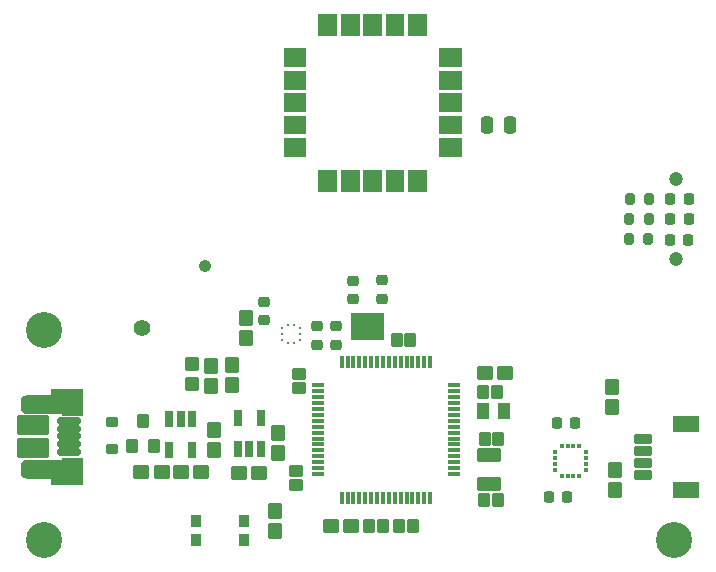
<source format=gbr>
%TF.GenerationSoftware,KiCad,Pcbnew,8.0.8*%
%TF.CreationDate,2025-01-20T12:07:48-06:00*%
%TF.ProjectId,tempo,74656d70-6f2e-46b6-9963-61645f706362,rev?*%
%TF.SameCoordinates,Original*%
%TF.FileFunction,Soldermask,Top*%
%TF.FilePolarity,Negative*%
%FSLAX46Y46*%
G04 Gerber Fmt 4.6, Leading zero omitted, Abs format (unit mm)*
G04 Created by KiCad (PCBNEW 8.0.8) date 2025-01-20 12:07:48*
%MOMM*%
%LPD*%
G01*
G04 APERTURE LIST*
G04 Aperture macros list*
%AMRoundRect*
0 Rectangle with rounded corners*
0 $1 Rounding radius*
0 $2 $3 $4 $5 $6 $7 $8 $9 X,Y pos of 4 corners*
0 Add a 4 corners polygon primitive as box body*
4,1,4,$2,$3,$4,$5,$6,$7,$8,$9,$2,$3,0*
0 Add four circle primitives for the rounded corners*
1,1,$1+$1,$2,$3*
1,1,$1+$1,$4,$5*
1,1,$1+$1,$6,$7*
1,1,$1+$1,$8,$9*
0 Add four rect primitives between the rounded corners*
20,1,$1+$1,$2,$3,$4,$5,0*
20,1,$1+$1,$4,$5,$6,$7,0*
20,1,$1+$1,$6,$7,$8,$9,0*
20,1,$1+$1,$8,$9,$2,$3,0*%
G04 Aperture macros list end*
%ADD10C,0.100000*%
%ADD11C,0.010000*%
%ADD12RoundRect,0.225000X0.225000X0.250000X-0.225000X0.250000X-0.225000X-0.250000X0.225000X-0.250000X0*%
%ADD13RoundRect,0.101600X-0.500000X0.550000X-0.500000X-0.550000X0.500000X-0.550000X0.500000X0.550000X0*%
%ADD14RoundRect,0.101600X-0.550000X-0.500000X0.550000X-0.500000X0.550000X0.500000X-0.550000X0.500000X0*%
%ADD15RoundRect,0.200000X-0.200000X-0.275000X0.200000X-0.275000X0.200000X0.275000X-0.200000X0.275000X0*%
%ADD16RoundRect,0.101600X-0.275000X-0.600000X0.275000X-0.600000X0.275000X0.600000X-0.275000X0.600000X0*%
%ADD17RoundRect,0.101600X0.450000X-0.425000X0.450000X0.425000X-0.450000X0.425000X-0.450000X-0.425000X0*%
%ADD18RoundRect,0.101600X0.675000X-0.300000X0.675000X0.300000X-0.675000X0.300000X-0.675000X-0.300000X0*%
%ADD19RoundRect,0.101600X1.000000X-0.600000X1.000000X0.600000X-1.000000X0.600000X-1.000000X-0.600000X0*%
%ADD20RoundRect,0.101600X0.415000X-0.315000X0.415000X0.315000X-0.415000X0.315000X-0.415000X-0.315000X0*%
%ADD21RoundRect,0.101600X0.550000X0.500000X-0.550000X0.500000X-0.550000X-0.500000X0.550000X-0.500000X0*%
%ADD22RoundRect,0.250000X-0.250000X-0.475000X0.250000X-0.475000X0.250000X0.475000X-0.250000X0.475000X0*%
%ADD23RoundRect,0.101600X0.500000X-0.550000X0.500000X0.550000X-0.500000X0.550000X-0.500000X-0.550000X0*%
%ADD24C,3.048000*%
%ADD25RoundRect,0.101600X-0.425000X-0.450000X0.425000X-0.450000X0.425000X0.450000X-0.425000X0.450000X0*%
%ADD26RoundRect,0.101600X0.900000X-0.500000X0.900000X0.500000X-0.900000X0.500000X-0.900000X-0.500000X0*%
%ADD27RoundRect,0.225000X-0.250000X0.225000X-0.250000X-0.225000X0.250000X-0.225000X0.250000X0.225000X0*%
%ADD28RoundRect,0.101600X-0.400000X-0.600000X0.400000X-0.600000X0.400000X0.600000X-0.400000X0.600000X0*%
%ADD29RoundRect,0.180480X0.421120X0.421120X-0.421120X0.421120X-0.421120X-0.421120X0.421120X-0.421120X0*%
%ADD30RoundRect,0.030000X0.500000X-0.110000X0.500000X0.110000X-0.500000X0.110000X-0.500000X-0.110000X0*%
%ADD31RoundRect,0.030000X0.110000X0.500000X-0.110000X0.500000X-0.110000X-0.500000X0.110000X-0.500000X0*%
%ADD32RoundRect,0.225000X0.250000X-0.225000X0.250000X0.225000X-0.250000X0.225000X-0.250000X-0.225000X0*%
%ADD33RoundRect,0.218750X0.218750X0.256250X-0.218750X0.256250X-0.218750X-0.256250X0.218750X-0.256250X0*%
%ADD34R,0.254000X0.279400*%
%ADD35R,0.279400X0.254000*%
%ADD36RoundRect,0.101600X0.275000X0.600000X-0.275000X0.600000X-0.275000X-0.600000X0.275000X-0.600000X0*%
%ADD37R,0.900000X1.000000*%
%ADD38RoundRect,0.101600X0.425000X0.450000X-0.425000X0.450000X-0.425000X-0.450000X0.425000X-0.450000X0*%
%ADD39RoundRect,0.101600X-0.400000X-0.450000X0.400000X-0.450000X0.400000X0.450000X-0.400000X0.450000X0*%
%ADD40RoundRect,0.102000X-0.875000X-0.200000X0.875000X-0.200000X0.875000X0.200000X-0.875000X0.200000X0*%
%ADD41O,2.604000X1.404000*%
%ADD42RoundRect,0.102000X1.250000X-0.712500X1.250000X0.712500X-1.250000X0.712500X-1.250000X-0.712500X0*%
%ADD43RoundRect,0.102000X-1.250000X0.712500X-1.250000X-0.712500X1.250000X-0.712500X1.250000X0.712500X0*%
%ADD44R,0.304800X0.457200*%
%ADD45R,0.457200X0.304800*%
%ADD46C,1.200000*%
%ADD47C,1.070000*%
%ADD48C,1.400000*%
G04 APERTURE END LIST*
D10*
%TO.C,U3*%
X157287500Y-96425000D02*
X154537500Y-96425000D01*
X154537500Y-94175000D01*
X157287500Y-94175000D01*
X157287500Y-96425000D01*
G36*
X157287500Y-96425000D02*
G01*
X154537500Y-96425000D01*
X154537500Y-94175000D01*
X157287500Y-94175000D01*
X157287500Y-96425000D01*
G37*
D11*
%TO.C,J4*%
X131732500Y-102853250D02*
X130072500Y-102853250D01*
X130072500Y-100653250D01*
X131732500Y-100653250D01*
X131732500Y-102853250D01*
G36*
X131732500Y-102853250D02*
G01*
X130072500Y-102853250D01*
X130072500Y-100653250D01*
X131732500Y-100653250D01*
X131732500Y-102853250D01*
G37*
X131732500Y-108653250D02*
X130072500Y-108653250D01*
X130072500Y-106453250D01*
X131732500Y-106453250D01*
X131732500Y-108653250D01*
G36*
X131732500Y-108653250D02*
G01*
X130072500Y-108653250D01*
X130072500Y-106453250D01*
X131732500Y-106453250D01*
X131732500Y-108653250D01*
G37*
X130022500Y-102678250D02*
X127072500Y-102678250D01*
X127046500Y-102677250D01*
X127020500Y-102675250D01*
X126994500Y-102672250D01*
X126968500Y-102667250D01*
X126943500Y-102661250D01*
X126917500Y-102654250D01*
X126893500Y-102645250D01*
X126869500Y-102635250D01*
X126845500Y-102624250D01*
X126822500Y-102611250D01*
X126800500Y-102597250D01*
X126778500Y-102583250D01*
X126757500Y-102567250D01*
X126737500Y-102550250D01*
X126718500Y-102532250D01*
X126700500Y-102513250D01*
X126683500Y-102493250D01*
X126667500Y-102472250D01*
X126653500Y-102450250D01*
X126639500Y-102428250D01*
X126626500Y-102405250D01*
X126615500Y-102381250D01*
X126605500Y-102357250D01*
X126596500Y-102333250D01*
X126589500Y-102307250D01*
X126583500Y-102282250D01*
X126578500Y-102256250D01*
X126575500Y-102230250D01*
X126573500Y-102204250D01*
X126572500Y-102178250D01*
X126572500Y-101678250D01*
X126573500Y-101652250D01*
X126575500Y-101626250D01*
X126578500Y-101600250D01*
X126583500Y-101574250D01*
X126589500Y-101549250D01*
X126596500Y-101523250D01*
X126605500Y-101499250D01*
X126615500Y-101475250D01*
X126626500Y-101451250D01*
X126639500Y-101428250D01*
X126653500Y-101406250D01*
X126667500Y-101384250D01*
X126683500Y-101363250D01*
X126700500Y-101343250D01*
X126718500Y-101324250D01*
X126737500Y-101306250D01*
X126757500Y-101289250D01*
X126778500Y-101273250D01*
X126800500Y-101259250D01*
X126822500Y-101245250D01*
X126845500Y-101232250D01*
X126869500Y-101221250D01*
X126893500Y-101211250D01*
X126917500Y-101202250D01*
X126943500Y-101195250D01*
X126968500Y-101189250D01*
X126994500Y-101184250D01*
X127020500Y-101181250D01*
X127046500Y-101179250D01*
X127072500Y-101178250D01*
X129122500Y-101178250D01*
X129122500Y-100653250D01*
X130022500Y-100653250D01*
X130022500Y-102678250D01*
G36*
X130022500Y-102678250D02*
G01*
X127072500Y-102678250D01*
X127046500Y-102677250D01*
X127020500Y-102675250D01*
X126994500Y-102672250D01*
X126968500Y-102667250D01*
X126943500Y-102661250D01*
X126917500Y-102654250D01*
X126893500Y-102645250D01*
X126869500Y-102635250D01*
X126845500Y-102624250D01*
X126822500Y-102611250D01*
X126800500Y-102597250D01*
X126778500Y-102583250D01*
X126757500Y-102567250D01*
X126737500Y-102550250D01*
X126718500Y-102532250D01*
X126700500Y-102513250D01*
X126683500Y-102493250D01*
X126667500Y-102472250D01*
X126653500Y-102450250D01*
X126639500Y-102428250D01*
X126626500Y-102405250D01*
X126615500Y-102381250D01*
X126605500Y-102357250D01*
X126596500Y-102333250D01*
X126589500Y-102307250D01*
X126583500Y-102282250D01*
X126578500Y-102256250D01*
X126575500Y-102230250D01*
X126573500Y-102204250D01*
X126572500Y-102178250D01*
X126572500Y-101678250D01*
X126573500Y-101652250D01*
X126575500Y-101626250D01*
X126578500Y-101600250D01*
X126583500Y-101574250D01*
X126589500Y-101549250D01*
X126596500Y-101523250D01*
X126605500Y-101499250D01*
X126615500Y-101475250D01*
X126626500Y-101451250D01*
X126639500Y-101428250D01*
X126653500Y-101406250D01*
X126667500Y-101384250D01*
X126683500Y-101363250D01*
X126700500Y-101343250D01*
X126718500Y-101324250D01*
X126737500Y-101306250D01*
X126757500Y-101289250D01*
X126778500Y-101273250D01*
X126800500Y-101259250D01*
X126822500Y-101245250D01*
X126845500Y-101232250D01*
X126869500Y-101221250D01*
X126893500Y-101211250D01*
X126917500Y-101202250D01*
X126943500Y-101195250D01*
X126968500Y-101189250D01*
X126994500Y-101184250D01*
X127020500Y-101181250D01*
X127046500Y-101179250D01*
X127072500Y-101178250D01*
X129122500Y-101178250D01*
X129122500Y-100653250D01*
X130022500Y-100653250D01*
X130022500Y-102678250D01*
G37*
X130022500Y-108653250D02*
X129122500Y-108653250D01*
X129122500Y-108128250D01*
X127072500Y-108128250D01*
X127046500Y-108127250D01*
X127020500Y-108125250D01*
X126994500Y-108122250D01*
X126968500Y-108117250D01*
X126943500Y-108111250D01*
X126917500Y-108104250D01*
X126893500Y-108095250D01*
X126869500Y-108085250D01*
X126845500Y-108074250D01*
X126822500Y-108061250D01*
X126800500Y-108047250D01*
X126778500Y-108033250D01*
X126757500Y-108017250D01*
X126737500Y-108000250D01*
X126718500Y-107982250D01*
X126700500Y-107963250D01*
X126683500Y-107943250D01*
X126667500Y-107922250D01*
X126653500Y-107900250D01*
X126639500Y-107878250D01*
X126626500Y-107855250D01*
X126615500Y-107831250D01*
X126605500Y-107807250D01*
X126596500Y-107783250D01*
X126589500Y-107757250D01*
X126583500Y-107732250D01*
X126578500Y-107706250D01*
X126575500Y-107680250D01*
X126573500Y-107654250D01*
X126572500Y-107628250D01*
X126572500Y-107128250D01*
X126573500Y-107102250D01*
X126575500Y-107076250D01*
X126578500Y-107050250D01*
X126583500Y-107024250D01*
X126589500Y-106999250D01*
X126596500Y-106973250D01*
X126605500Y-106949250D01*
X126615500Y-106925250D01*
X126626500Y-106901250D01*
X126639500Y-106878250D01*
X126653500Y-106856250D01*
X126667500Y-106834250D01*
X126683500Y-106813250D01*
X126700500Y-106793250D01*
X126718500Y-106774250D01*
X126737500Y-106756250D01*
X126757500Y-106739250D01*
X126778500Y-106723250D01*
X126800500Y-106709250D01*
X126822500Y-106695250D01*
X126845500Y-106682250D01*
X126869500Y-106671250D01*
X126893500Y-106661250D01*
X126917500Y-106652250D01*
X126943500Y-106645250D01*
X126968500Y-106639250D01*
X126994500Y-106634250D01*
X127020500Y-106631250D01*
X127046500Y-106629250D01*
X127072500Y-106628250D01*
X130022500Y-106628250D01*
X130022500Y-108653250D01*
G36*
X130022500Y-108653250D02*
G01*
X129122500Y-108653250D01*
X129122500Y-108128250D01*
X127072500Y-108128250D01*
X127046500Y-108127250D01*
X127020500Y-108125250D01*
X126994500Y-108122250D01*
X126968500Y-108117250D01*
X126943500Y-108111250D01*
X126917500Y-108104250D01*
X126893500Y-108095250D01*
X126869500Y-108085250D01*
X126845500Y-108074250D01*
X126822500Y-108061250D01*
X126800500Y-108047250D01*
X126778500Y-108033250D01*
X126757500Y-108017250D01*
X126737500Y-108000250D01*
X126718500Y-107982250D01*
X126700500Y-107963250D01*
X126683500Y-107943250D01*
X126667500Y-107922250D01*
X126653500Y-107900250D01*
X126639500Y-107878250D01*
X126626500Y-107855250D01*
X126615500Y-107831250D01*
X126605500Y-107807250D01*
X126596500Y-107783250D01*
X126589500Y-107757250D01*
X126583500Y-107732250D01*
X126578500Y-107706250D01*
X126575500Y-107680250D01*
X126573500Y-107654250D01*
X126572500Y-107628250D01*
X126572500Y-107128250D01*
X126573500Y-107102250D01*
X126575500Y-107076250D01*
X126578500Y-107050250D01*
X126583500Y-107024250D01*
X126589500Y-106999250D01*
X126596500Y-106973250D01*
X126605500Y-106949250D01*
X126615500Y-106925250D01*
X126626500Y-106901250D01*
X126639500Y-106878250D01*
X126653500Y-106856250D01*
X126667500Y-106834250D01*
X126683500Y-106813250D01*
X126700500Y-106793250D01*
X126718500Y-106774250D01*
X126737500Y-106756250D01*
X126757500Y-106739250D01*
X126778500Y-106723250D01*
X126800500Y-106709250D01*
X126822500Y-106695250D01*
X126845500Y-106682250D01*
X126869500Y-106671250D01*
X126893500Y-106661250D01*
X126917500Y-106652250D01*
X126943500Y-106645250D01*
X126968500Y-106639250D01*
X126994500Y-106634250D01*
X127020500Y-106631250D01*
X127046500Y-106629250D01*
X127072500Y-106628250D01*
X130022500Y-106628250D01*
X130022500Y-108653250D01*
G37*
%TO.C,U2*%
X160880000Y-70650000D02*
X159380000Y-70650000D01*
X159380000Y-68850000D01*
X160880000Y-68850000D01*
X160880000Y-70650000D01*
G36*
X160880000Y-70650000D02*
G01*
X159380000Y-70650000D01*
X159380000Y-68850000D01*
X160880000Y-68850000D01*
X160880000Y-70650000D01*
G37*
X158980000Y-70650000D02*
X157480000Y-70650000D01*
X157480000Y-68850000D01*
X158980000Y-68850000D01*
X158980000Y-70650000D01*
G36*
X158980000Y-70650000D02*
G01*
X157480000Y-70650000D01*
X157480000Y-68850000D01*
X158980000Y-68850000D01*
X158980000Y-70650000D01*
G37*
X157080000Y-70650000D02*
X155580000Y-70650000D01*
X155580000Y-68850000D01*
X157080000Y-68850000D01*
X157080000Y-70650000D01*
G36*
X157080000Y-70650000D02*
G01*
X155580000Y-70650000D01*
X155580000Y-68850000D01*
X157080000Y-68850000D01*
X157080000Y-70650000D01*
G37*
X155180000Y-70650000D02*
X153680000Y-70650000D01*
X153680000Y-68850000D01*
X155180000Y-68850000D01*
X155180000Y-70650000D01*
G36*
X155180000Y-70650000D02*
G01*
X153680000Y-70650000D01*
X153680000Y-68850000D01*
X155180000Y-68850000D01*
X155180000Y-70650000D01*
G37*
X153280000Y-70650000D02*
X151780000Y-70650000D01*
X151780000Y-68850000D01*
X153280000Y-68850000D01*
X153280000Y-70650000D01*
G36*
X153280000Y-70650000D02*
G01*
X151780000Y-70650000D01*
X151780000Y-68850000D01*
X153280000Y-68850000D01*
X153280000Y-70650000D01*
G37*
X163830000Y-73300000D02*
X162030000Y-73300000D01*
X162030000Y-71800000D01*
X163830000Y-71800000D01*
X163830000Y-73300000D01*
G36*
X163830000Y-73300000D02*
G01*
X162030000Y-73300000D01*
X162030000Y-71800000D01*
X163830000Y-71800000D01*
X163830000Y-73300000D01*
G37*
X150630000Y-73300000D02*
X148830000Y-73300000D01*
X148830000Y-71800000D01*
X150630000Y-71800000D01*
X150630000Y-73300000D01*
G36*
X150630000Y-73300000D02*
G01*
X148830000Y-73300000D01*
X148830000Y-71800000D01*
X150630000Y-71800000D01*
X150630000Y-73300000D01*
G37*
X163830000Y-75200000D02*
X162030000Y-75200000D01*
X162030000Y-73700000D01*
X163830000Y-73700000D01*
X163830000Y-75200000D01*
G36*
X163830000Y-75200000D02*
G01*
X162030000Y-75200000D01*
X162030000Y-73700000D01*
X163830000Y-73700000D01*
X163830000Y-75200000D01*
G37*
X150630000Y-75200000D02*
X148830000Y-75200000D01*
X148830000Y-73700000D01*
X150630000Y-73700000D01*
X150630000Y-75200000D01*
G36*
X150630000Y-75200000D02*
G01*
X148830000Y-75200000D01*
X148830000Y-73700000D01*
X150630000Y-73700000D01*
X150630000Y-75200000D01*
G37*
X163830000Y-77100000D02*
X162030000Y-77100000D01*
X162030000Y-75600000D01*
X163830000Y-75600000D01*
X163830000Y-77100000D01*
G36*
X163830000Y-77100000D02*
G01*
X162030000Y-77100000D01*
X162030000Y-75600000D01*
X163830000Y-75600000D01*
X163830000Y-77100000D01*
G37*
X150630000Y-77100000D02*
X148830000Y-77100000D01*
X148830000Y-75600000D01*
X150630000Y-75600000D01*
X150630000Y-77100000D01*
G36*
X150630000Y-77100000D02*
G01*
X148830000Y-77100000D01*
X148830000Y-75600000D01*
X150630000Y-75600000D01*
X150630000Y-77100000D01*
G37*
X163830000Y-79000000D02*
X162030000Y-79000000D01*
X162030000Y-77500000D01*
X163830000Y-77500000D01*
X163830000Y-79000000D01*
G36*
X163830000Y-79000000D02*
G01*
X162030000Y-79000000D01*
X162030000Y-77500000D01*
X163830000Y-77500000D01*
X163830000Y-79000000D01*
G37*
X150630000Y-79000000D02*
X148830000Y-79000000D01*
X148830000Y-77500000D01*
X150630000Y-77500000D01*
X150630000Y-79000000D01*
G36*
X150630000Y-79000000D02*
G01*
X148830000Y-79000000D01*
X148830000Y-77500000D01*
X150630000Y-77500000D01*
X150630000Y-79000000D01*
G37*
X163830000Y-80900000D02*
X162030000Y-80900000D01*
X162030000Y-79400000D01*
X163830000Y-79400000D01*
X163830000Y-80900000D01*
G36*
X163830000Y-80900000D02*
G01*
X162030000Y-80900000D01*
X162030000Y-79400000D01*
X163830000Y-79400000D01*
X163830000Y-80900000D01*
G37*
X150630000Y-80900000D02*
X148830000Y-80900000D01*
X148830000Y-79400000D01*
X150630000Y-79400000D01*
X150630000Y-80900000D01*
G36*
X150630000Y-80900000D02*
G01*
X148830000Y-80900000D01*
X148830000Y-79400000D01*
X150630000Y-79400000D01*
X150630000Y-80900000D01*
G37*
X160880000Y-83850000D02*
X159380000Y-83850000D01*
X159380000Y-82050000D01*
X160880000Y-82050000D01*
X160880000Y-83850000D01*
G36*
X160880000Y-83850000D02*
G01*
X159380000Y-83850000D01*
X159380000Y-82050000D01*
X160880000Y-82050000D01*
X160880000Y-83850000D01*
G37*
X158980000Y-83850000D02*
X157480000Y-83850000D01*
X157480000Y-82050000D01*
X158980000Y-82050000D01*
X158980000Y-83850000D01*
G36*
X158980000Y-83850000D02*
G01*
X157480000Y-83850000D01*
X157480000Y-82050000D01*
X158980000Y-82050000D01*
X158980000Y-83850000D01*
G37*
X157080000Y-83850000D02*
X155580000Y-83850000D01*
X155580000Y-82050000D01*
X157080000Y-82050000D01*
X157080000Y-83850000D01*
G36*
X157080000Y-83850000D02*
G01*
X155580000Y-83850000D01*
X155580000Y-82050000D01*
X157080000Y-82050000D01*
X157080000Y-83850000D01*
G37*
X155180000Y-83850000D02*
X153680000Y-83850000D01*
X153680000Y-82050000D01*
X155180000Y-82050000D01*
X155180000Y-83850000D01*
G36*
X155180000Y-83850000D02*
G01*
X153680000Y-83850000D01*
X153680000Y-82050000D01*
X155180000Y-82050000D01*
X155180000Y-83850000D01*
G37*
X153280000Y-83850000D02*
X151780000Y-83850000D01*
X151780000Y-82050000D01*
X153280000Y-82050000D01*
X153280000Y-83850000D01*
G36*
X153280000Y-83850000D02*
G01*
X151780000Y-83850000D01*
X151780000Y-82050000D01*
X153280000Y-82050000D01*
X153280000Y-83850000D01*
G37*
%TD*%
D12*
%TO.C,C7*%
X172850000Y-109750000D03*
X171300000Y-109750000D03*
%TD*%
D13*
%TO.C,C22*%
X145675000Y-94625000D03*
X145675000Y-96325000D03*
%TD*%
D14*
%TO.C,C11*%
X145075000Y-107750000D03*
X146775000Y-107750000D03*
%TD*%
D15*
%TO.C,R2*%
X178095000Y-86280000D03*
X179745000Y-86280000D03*
%TD*%
D16*
%TO.C,U5*%
X145000000Y-105725100D03*
X145950000Y-105725100D03*
X146900000Y-105725100D03*
X146900000Y-103124900D03*
X145000000Y-103124900D03*
%TD*%
D15*
%TO.C,R1*%
X178045000Y-87940000D03*
X179695000Y-87940000D03*
%TD*%
D17*
%TO.C,C13*%
X150150000Y-100555000D03*
X150150000Y-99395000D03*
%TD*%
D18*
%TO.C,J3*%
X179250000Y-107875000D03*
X179250000Y-106875000D03*
X179250000Y-105875000D03*
X179250000Y-104875000D03*
D19*
X182925000Y-103575000D03*
X182925000Y-109175000D03*
%TD*%
D20*
%TO.C,D1*%
X134300000Y-103425000D03*
X134300000Y-105725000D03*
%TD*%
D21*
%TO.C,L1*%
X167550000Y-99300000D03*
X165850000Y-99300000D03*
%TD*%
D22*
%TO.C,C1*%
X166080000Y-78250000D03*
X167980000Y-78250000D03*
%TD*%
D13*
%TO.C,R7*%
X148375000Y-104350000D03*
X148375000Y-106050000D03*
%TD*%
D23*
%TO.C,R9*%
X142700000Y-100350000D03*
X142700000Y-98650000D03*
%TD*%
D24*
%TO.C,H1*%
X128575000Y-95650000D03*
%TD*%
D25*
%TO.C,C9*%
X165845000Y-110025000D03*
X167005000Y-110025000D03*
%TD*%
D23*
%TO.C,C16*%
X144450000Y-100325000D03*
X144450000Y-98625000D03*
%TD*%
D13*
%TO.C,R13*%
X176875000Y-107525000D03*
X176875000Y-109225000D03*
%TD*%
D26*
%TO.C,Y1*%
X166225000Y-108700000D03*
X166225000Y-106200000D03*
%TD*%
D27*
%TO.C,C3*%
X151700000Y-95325000D03*
X151700000Y-96875000D03*
%TD*%
%TO.C,C6*%
X153312500Y-95325000D03*
X153312500Y-96875000D03*
%TD*%
D12*
%TO.C,C8*%
X173500000Y-103500000D03*
X171950000Y-103500000D03*
%TD*%
D23*
%TO.C,R11*%
X142975000Y-105825000D03*
X142975000Y-104125000D03*
%TD*%
%TO.C,R8*%
X148100000Y-112625000D03*
X148100000Y-110925000D03*
%TD*%
D28*
%TO.C,C18*%
X165700000Y-102525000D03*
X167500000Y-102525000D03*
%TD*%
D29*
%TO.C,LED4*%
X141100000Y-98498000D03*
X141100000Y-100252000D03*
%TD*%
D30*
%TO.C,U6*%
X163250000Y-107825000D03*
X163250000Y-107325000D03*
X163250000Y-106825000D03*
X163250000Y-106325000D03*
X163250000Y-105825000D03*
X163250000Y-105325000D03*
X163250000Y-104825000D03*
X163250000Y-104325000D03*
X163250000Y-103825000D03*
X163250000Y-103325000D03*
X163250000Y-102825000D03*
X163250000Y-102325000D03*
X163250000Y-101825000D03*
X163250000Y-101325000D03*
X163250000Y-100825000D03*
X163250000Y-100325000D03*
D31*
X161250000Y-98325000D03*
X160750000Y-98325000D03*
X160250000Y-98325000D03*
X159750000Y-98325000D03*
X159250000Y-98325000D03*
X158750000Y-98325000D03*
X158250000Y-98325000D03*
X157750000Y-98325000D03*
X157250000Y-98325000D03*
X156750000Y-98325000D03*
X156250000Y-98325000D03*
X155750000Y-98325000D03*
X155250000Y-98325000D03*
X154750000Y-98325000D03*
X154250000Y-98325000D03*
X153750000Y-98325000D03*
D30*
X151750000Y-100325000D03*
X151750000Y-100825000D03*
X151750000Y-101325000D03*
X151750000Y-101825000D03*
X151750000Y-102325000D03*
X151750000Y-102825000D03*
X151750000Y-103325000D03*
X151750000Y-103825000D03*
X151750000Y-104325000D03*
X151750000Y-104825000D03*
X151750000Y-105325000D03*
X151750000Y-105825000D03*
X151750000Y-106325000D03*
X151750000Y-106825000D03*
X151750000Y-107325000D03*
X151750000Y-107825000D03*
D31*
X153750000Y-109825000D03*
X154250000Y-109825000D03*
X154750000Y-109825000D03*
X155250000Y-109825000D03*
X155750000Y-109825000D03*
X156250000Y-109825000D03*
X156750000Y-109825000D03*
X157250000Y-109825000D03*
X157750000Y-109825000D03*
X158250000Y-109825000D03*
X158750000Y-109825000D03*
X159250000Y-109825000D03*
X159750000Y-109825000D03*
X160250000Y-109825000D03*
X160750000Y-109825000D03*
X161250000Y-109825000D03*
%TD*%
D25*
%TO.C,C10*%
X165870000Y-104825000D03*
X167030000Y-104825000D03*
%TD*%
D32*
%TO.C,C5*%
X154675000Y-93000000D03*
X154675000Y-91450000D03*
%TD*%
D14*
%TO.C,C21*%
X140175000Y-107650000D03*
X141875000Y-107650000D03*
%TD*%
D33*
%TO.C,LED3*%
X183137500Y-84570000D03*
X181562500Y-84570000D03*
%TD*%
D14*
%TO.C,R6*%
X136800000Y-107650000D03*
X138500000Y-107650000D03*
%TD*%
D34*
%TO.C,U1*%
X149700063Y-95200700D03*
X149199937Y-95200700D03*
D35*
X148700700Y-95449874D03*
X148700700Y-95950000D03*
X148700700Y-96450126D03*
D34*
X149199937Y-96699300D03*
X149700063Y-96699300D03*
D35*
X150199300Y-96450126D03*
X150199300Y-95950000D03*
X150199300Y-95449874D03*
%TD*%
D33*
%TO.C,LED1*%
X183117500Y-87980000D03*
X181542500Y-87980000D03*
%TD*%
D15*
%TO.C,R3*%
X178155000Y-84550000D03*
X179805000Y-84550000D03*
%TD*%
D36*
%TO.C,U7*%
X141074500Y-103174900D03*
X140124500Y-103174900D03*
X139174500Y-103174900D03*
X139174500Y-105775100D03*
X141074500Y-105775100D03*
%TD*%
D24*
%TO.C,H3*%
X181875000Y-113400000D03*
%TD*%
D37*
%TO.C,S1*%
X141400000Y-111850000D03*
X145500000Y-111850000D03*
X141400000Y-113450000D03*
X145500000Y-113450000D03*
%TD*%
D38*
%TO.C,C15*%
X157255000Y-112200000D03*
X156095000Y-112200000D03*
%TD*%
D25*
%TO.C,C20*%
X158645000Y-112200000D03*
X159805000Y-112200000D03*
%TD*%
D38*
%TO.C,C12*%
X159580000Y-96475000D03*
X158420000Y-96475000D03*
%TD*%
D23*
%TO.C,R12*%
X176650000Y-102175000D03*
X176650000Y-100475000D03*
%TD*%
D27*
%TO.C,C2*%
X147200000Y-93275000D03*
X147200000Y-94825000D03*
%TD*%
D17*
%TO.C,C14*%
X149900000Y-108755000D03*
X149900000Y-107595000D03*
%TD*%
D39*
%TO.C,Q1*%
X135975000Y-105475000D03*
X137875000Y-105475000D03*
X136925000Y-103375000D03*
%TD*%
D25*
%TO.C,C17*%
X165720000Y-100850000D03*
X166880000Y-100850000D03*
%TD*%
D33*
%TO.C,LED2*%
X183137500Y-86270000D03*
X181562500Y-86270000D03*
%TD*%
D24*
%TO.C,H2*%
X128525000Y-113450000D03*
%TD*%
D40*
%TO.C,J4*%
X130697500Y-103353250D03*
X130697500Y-104003250D03*
X130697500Y-104653250D03*
X130697500Y-105303250D03*
X130697500Y-105953250D03*
D41*
X127872500Y-101928250D03*
X127872500Y-107378250D03*
D42*
X127622500Y-103690750D03*
D43*
X127622500Y-105615750D03*
%TD*%
D21*
%TO.C,C19*%
X154575000Y-112250000D03*
X152875000Y-112250000D03*
%TD*%
D32*
%TO.C,C4*%
X157175000Y-92975000D03*
X157175000Y-91425000D03*
%TD*%
D44*
%TO.C,U4*%
X173875001Y-105425001D03*
X173375000Y-105425001D03*
X172875000Y-105425001D03*
X172374999Y-105425001D03*
D45*
X171850001Y-105949999D03*
X171850001Y-106450000D03*
X171850001Y-106950000D03*
X171850001Y-107450001D03*
D44*
X172374999Y-107974999D03*
X172875000Y-107974999D03*
X173375000Y-107974999D03*
X173875001Y-107974999D03*
D45*
X174399999Y-107450001D03*
X174399999Y-106950000D03*
X174399999Y-106450000D03*
X174399999Y-105949999D03*
%TD*%
D46*
%TO.C,SW1*%
X182100000Y-82850000D03*
X182100000Y-89650000D03*
%TD*%
D47*
%TO.C,B1*%
X142174874Y-90200126D03*
D48*
X136871573Y-95503427D03*
%TD*%
M02*

</source>
